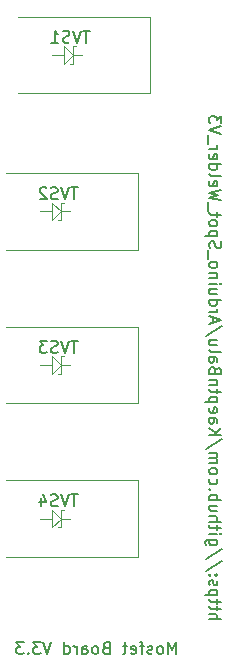
<source format=gbr>
G04 #@! TF.FileFunction,Legend,Bot*
%FSLAX46Y46*%
G04 Gerber Fmt 4.6, Leading zero omitted, Abs format (unit mm)*
G04 Created by KiCad (PCBNEW 4.0.4-stable) date 03/07/19 13:46:32*
%MOMM*%
%LPD*%
G01*
G04 APERTURE LIST*
%ADD10C,0.100000*%
%ADD11C,0.200000*%
%ADD12C,0.120000*%
%ADD13C,0.150000*%
G04 APERTURE END LIST*
D10*
X22250000Y56000000D02*
X22250000Y56750000D01*
X22000000Y17500000D02*
X22750000Y17500000D01*
X22500000Y43500000D02*
X22750000Y43500000D01*
X22000000Y30500000D02*
X22750000Y30500000D01*
X22000000Y43500000D02*
X22500000Y43500000D01*
X22000000Y16750000D02*
X21750000Y16750000D01*
X22000000Y17500000D02*
X22000000Y16750000D01*
X22000000Y18250000D02*
X22250000Y18250000D01*
X22000000Y17500000D02*
X22000000Y18250000D01*
X21250000Y16750000D02*
X21250000Y17500000D01*
X22000000Y17500000D02*
X21250000Y16750000D01*
X21250000Y18250000D02*
X22000000Y17500000D01*
X21250000Y17500000D02*
X21250000Y18250000D01*
X20250000Y17500000D02*
X21250000Y17500000D01*
X22000000Y29750000D02*
X21750000Y29750000D01*
X22000000Y30500000D02*
X22000000Y29750000D01*
X22000000Y31250000D02*
X22250000Y31250000D01*
X22000000Y30500000D02*
X22000000Y31250000D01*
X21250000Y29750000D02*
X21250000Y30500000D01*
X22000000Y30500000D02*
X21250000Y29750000D01*
X21250000Y31250000D02*
X22000000Y30500000D01*
X21250000Y30500000D02*
X21250000Y31250000D01*
X20250000Y30500000D02*
X21250000Y30500000D01*
X22000000Y42750000D02*
X21750000Y42750000D01*
X22000000Y43500000D02*
X22000000Y42750000D01*
X22000000Y44250000D02*
X22250000Y44250000D01*
X22000000Y43500000D02*
X22000000Y44250000D01*
X21250000Y42750000D02*
X21250000Y43500000D01*
X22000000Y43500000D02*
X21250000Y42750000D01*
X21250000Y44250000D02*
X22000000Y43500000D01*
X21250000Y43500000D02*
X21250000Y44250000D01*
X20250000Y43500000D02*
X21250000Y43500000D01*
D11*
X31738096Y6047619D02*
X31738096Y7047619D01*
X31404762Y6333333D01*
X31071429Y7047619D01*
X31071429Y6047619D01*
X30452382Y6047619D02*
X30547620Y6095238D01*
X30595239Y6142857D01*
X30642858Y6238095D01*
X30642858Y6523810D01*
X30595239Y6619048D01*
X30547620Y6666667D01*
X30452382Y6714286D01*
X30309524Y6714286D01*
X30214286Y6666667D01*
X30166667Y6619048D01*
X30119048Y6523810D01*
X30119048Y6238095D01*
X30166667Y6142857D01*
X30214286Y6095238D01*
X30309524Y6047619D01*
X30452382Y6047619D01*
X29738096Y6095238D02*
X29642858Y6047619D01*
X29452382Y6047619D01*
X29357143Y6095238D01*
X29309524Y6190476D01*
X29309524Y6238095D01*
X29357143Y6333333D01*
X29452382Y6380952D01*
X29595239Y6380952D01*
X29690477Y6428571D01*
X29738096Y6523810D01*
X29738096Y6571429D01*
X29690477Y6666667D01*
X29595239Y6714286D01*
X29452382Y6714286D01*
X29357143Y6666667D01*
X29023810Y6714286D02*
X28642858Y6714286D01*
X28880953Y6047619D02*
X28880953Y6904762D01*
X28833334Y7000000D01*
X28738096Y7047619D01*
X28642858Y7047619D01*
X27928571Y6095238D02*
X28023809Y6047619D01*
X28214286Y6047619D01*
X28309524Y6095238D01*
X28357143Y6190476D01*
X28357143Y6571429D01*
X28309524Y6666667D01*
X28214286Y6714286D01*
X28023809Y6714286D01*
X27928571Y6666667D01*
X27880952Y6571429D01*
X27880952Y6476190D01*
X28357143Y6380952D01*
X27595238Y6714286D02*
X27214286Y6714286D01*
X27452381Y7047619D02*
X27452381Y6190476D01*
X27404762Y6095238D01*
X27309524Y6047619D01*
X27214286Y6047619D01*
X25785713Y6571429D02*
X25642856Y6523810D01*
X25595237Y6476190D01*
X25547618Y6380952D01*
X25547618Y6238095D01*
X25595237Y6142857D01*
X25642856Y6095238D01*
X25738094Y6047619D01*
X26119047Y6047619D01*
X26119047Y7047619D01*
X25785713Y7047619D01*
X25690475Y7000000D01*
X25642856Y6952381D01*
X25595237Y6857143D01*
X25595237Y6761905D01*
X25642856Y6666667D01*
X25690475Y6619048D01*
X25785713Y6571429D01*
X26119047Y6571429D01*
X24976190Y6047619D02*
X25071428Y6095238D01*
X25119047Y6142857D01*
X25166666Y6238095D01*
X25166666Y6523810D01*
X25119047Y6619048D01*
X25071428Y6666667D01*
X24976190Y6714286D01*
X24833332Y6714286D01*
X24738094Y6666667D01*
X24690475Y6619048D01*
X24642856Y6523810D01*
X24642856Y6238095D01*
X24690475Y6142857D01*
X24738094Y6095238D01*
X24833332Y6047619D01*
X24976190Y6047619D01*
X23785713Y6047619D02*
X23785713Y6571429D01*
X23833332Y6666667D01*
X23928570Y6714286D01*
X24119047Y6714286D01*
X24214285Y6666667D01*
X23785713Y6095238D02*
X23880951Y6047619D01*
X24119047Y6047619D01*
X24214285Y6095238D01*
X24261904Y6190476D01*
X24261904Y6285714D01*
X24214285Y6380952D01*
X24119047Y6428571D01*
X23880951Y6428571D01*
X23785713Y6476190D01*
X23309523Y6047619D02*
X23309523Y6714286D01*
X23309523Y6523810D02*
X23261904Y6619048D01*
X23214285Y6666667D01*
X23119047Y6714286D01*
X23023808Y6714286D01*
X22261903Y6047619D02*
X22261903Y7047619D01*
X22261903Y6095238D02*
X22357141Y6047619D01*
X22547618Y6047619D01*
X22642856Y6095238D01*
X22690475Y6142857D01*
X22738094Y6238095D01*
X22738094Y6523810D01*
X22690475Y6619048D01*
X22642856Y6666667D01*
X22547618Y6714286D01*
X22357141Y6714286D01*
X22261903Y6666667D01*
X21166665Y7047619D02*
X20833332Y6047619D01*
X20499998Y7047619D01*
X20261903Y7047619D02*
X19642855Y7047619D01*
X19976189Y6666667D01*
X19833331Y6666667D01*
X19738093Y6619048D01*
X19690474Y6571429D01*
X19642855Y6476190D01*
X19642855Y6238095D01*
X19690474Y6142857D01*
X19738093Y6095238D01*
X19833331Y6047619D01*
X20119046Y6047619D01*
X20214284Y6095238D01*
X20261903Y6142857D01*
X19214284Y6142857D02*
X19166665Y6095238D01*
X19214284Y6047619D01*
X19261903Y6095238D01*
X19214284Y6142857D01*
X19214284Y6047619D01*
X18833332Y7047619D02*
X18214284Y7047619D01*
X18547618Y6666667D01*
X18404760Y6666667D01*
X18309522Y6619048D01*
X18261903Y6571429D01*
X18214284Y6476190D01*
X18214284Y6238095D01*
X18261903Y6142857D01*
X18309522Y6095238D01*
X18404760Y6047619D01*
X18690475Y6047619D01*
X18785713Y6095238D01*
X18833332Y6142857D01*
D10*
X23000000Y56000000D02*
X22750000Y56000000D01*
X23000000Y57500000D02*
X23250000Y57500000D01*
X23000000Y56750000D02*
X23750000Y56750000D01*
X23000000Y56750000D02*
X23000000Y56000000D01*
X23000000Y56750000D02*
X23000000Y57500000D01*
X23000000Y56750000D02*
X22250000Y56000000D01*
X22250000Y57500000D02*
X23000000Y56750000D01*
X22250000Y56750000D02*
X22250000Y57500000D01*
X21250000Y56750000D02*
X22250000Y56750000D01*
D11*
X34547619Y8964283D02*
X35547619Y8964283D01*
X34547619Y9392855D02*
X35071429Y9392855D01*
X35166667Y9345236D01*
X35214286Y9249998D01*
X35214286Y9107140D01*
X35166667Y9011902D01*
X35119048Y8964283D01*
X35214286Y9726188D02*
X35214286Y10107140D01*
X35547619Y9869045D02*
X34690476Y9869045D01*
X34595238Y9916664D01*
X34547619Y10011902D01*
X34547619Y10107140D01*
X35214286Y10297617D02*
X35214286Y10678569D01*
X35547619Y10440474D02*
X34690476Y10440474D01*
X34595238Y10488093D01*
X34547619Y10583331D01*
X34547619Y10678569D01*
X35214286Y11011903D02*
X34214286Y11011903D01*
X35166667Y11011903D02*
X35214286Y11107141D01*
X35214286Y11297618D01*
X35166667Y11392856D01*
X35119048Y11440475D01*
X35023810Y11488094D01*
X34738095Y11488094D01*
X34642857Y11440475D01*
X34595238Y11392856D01*
X34547619Y11297618D01*
X34547619Y11107141D01*
X34595238Y11011903D01*
X34595238Y11869046D02*
X34547619Y11964284D01*
X34547619Y12154760D01*
X34595238Y12249999D01*
X34690476Y12297618D01*
X34738095Y12297618D01*
X34833333Y12249999D01*
X34880952Y12154760D01*
X34880952Y12011903D01*
X34928571Y11916665D01*
X35023810Y11869046D01*
X35071429Y11869046D01*
X35166667Y11916665D01*
X35214286Y12011903D01*
X35214286Y12154760D01*
X35166667Y12249999D01*
X34642857Y12726189D02*
X34595238Y12773808D01*
X34547619Y12726189D01*
X34595238Y12678570D01*
X34642857Y12726189D01*
X34547619Y12726189D01*
X35166667Y12726189D02*
X35119048Y12773808D01*
X35071429Y12726189D01*
X35119048Y12678570D01*
X35166667Y12726189D01*
X35071429Y12726189D01*
X35595238Y13916665D02*
X34309524Y13059522D01*
X35595238Y14964284D02*
X34309524Y14107141D01*
X35214286Y15726189D02*
X34404762Y15726189D01*
X34309524Y15678570D01*
X34261905Y15630951D01*
X34214286Y15535712D01*
X34214286Y15392855D01*
X34261905Y15297617D01*
X34595238Y15726189D02*
X34547619Y15630951D01*
X34547619Y15440474D01*
X34595238Y15345236D01*
X34642857Y15297617D01*
X34738095Y15249998D01*
X35023810Y15249998D01*
X35119048Y15297617D01*
X35166667Y15345236D01*
X35214286Y15440474D01*
X35214286Y15630951D01*
X35166667Y15726189D01*
X34547619Y16202379D02*
X35214286Y16202379D01*
X35547619Y16202379D02*
X35500000Y16154760D01*
X35452381Y16202379D01*
X35500000Y16249998D01*
X35547619Y16202379D01*
X35452381Y16202379D01*
X35214286Y16535712D02*
X35214286Y16916664D01*
X35547619Y16678569D02*
X34690476Y16678569D01*
X34595238Y16726188D01*
X34547619Y16821426D01*
X34547619Y16916664D01*
X34547619Y17249998D02*
X35547619Y17249998D01*
X34547619Y17678570D02*
X35071429Y17678570D01*
X35166667Y17630951D01*
X35214286Y17535713D01*
X35214286Y17392855D01*
X35166667Y17297617D01*
X35119048Y17249998D01*
X35214286Y18583332D02*
X34547619Y18583332D01*
X35214286Y18154760D02*
X34690476Y18154760D01*
X34595238Y18202379D01*
X34547619Y18297617D01*
X34547619Y18440475D01*
X34595238Y18535713D01*
X34642857Y18583332D01*
X34547619Y19059522D02*
X35547619Y19059522D01*
X35166667Y19059522D02*
X35214286Y19154760D01*
X35214286Y19345237D01*
X35166667Y19440475D01*
X35119048Y19488094D01*
X35023810Y19535713D01*
X34738095Y19535713D01*
X34642857Y19488094D01*
X34595238Y19440475D01*
X34547619Y19345237D01*
X34547619Y19154760D01*
X34595238Y19059522D01*
X34642857Y19964284D02*
X34595238Y20011903D01*
X34547619Y19964284D01*
X34595238Y19916665D01*
X34642857Y19964284D01*
X34547619Y19964284D01*
X34595238Y20869046D02*
X34547619Y20773808D01*
X34547619Y20583331D01*
X34595238Y20488093D01*
X34642857Y20440474D01*
X34738095Y20392855D01*
X35023810Y20392855D01*
X35119048Y20440474D01*
X35166667Y20488093D01*
X35214286Y20583331D01*
X35214286Y20773808D01*
X35166667Y20869046D01*
X34547619Y21440474D02*
X34595238Y21345236D01*
X34642857Y21297617D01*
X34738095Y21249998D01*
X35023810Y21249998D01*
X35119048Y21297617D01*
X35166667Y21345236D01*
X35214286Y21440474D01*
X35214286Y21583332D01*
X35166667Y21678570D01*
X35119048Y21726189D01*
X35023810Y21773808D01*
X34738095Y21773808D01*
X34642857Y21726189D01*
X34595238Y21678570D01*
X34547619Y21583332D01*
X34547619Y21440474D01*
X34547619Y22202379D02*
X35214286Y22202379D01*
X35119048Y22202379D02*
X35166667Y22249998D01*
X35214286Y22345236D01*
X35214286Y22488094D01*
X35166667Y22583332D01*
X35071429Y22630951D01*
X34547619Y22630951D01*
X35071429Y22630951D02*
X35166667Y22678570D01*
X35214286Y22773808D01*
X35214286Y22916665D01*
X35166667Y23011903D01*
X35071429Y23059522D01*
X34547619Y23059522D01*
X35595238Y24249998D02*
X34309524Y23392855D01*
X34547619Y24583331D02*
X35547619Y24583331D01*
X34547619Y25154760D02*
X35119048Y24726188D01*
X35547619Y25154760D02*
X34976190Y24583331D01*
X34547619Y26011903D02*
X35071429Y26011903D01*
X35166667Y25964284D01*
X35214286Y25869046D01*
X35214286Y25678569D01*
X35166667Y25583331D01*
X34595238Y26011903D02*
X34547619Y25916665D01*
X34547619Y25678569D01*
X34595238Y25583331D01*
X34690476Y25535712D01*
X34785714Y25535712D01*
X34880952Y25583331D01*
X34928571Y25678569D01*
X34928571Y25916665D01*
X34976190Y26011903D01*
X34595238Y26869046D02*
X34547619Y26773808D01*
X34547619Y26583331D01*
X34595238Y26488093D01*
X34690476Y26440474D01*
X35071429Y26440474D01*
X35166667Y26488093D01*
X35214286Y26583331D01*
X35214286Y26773808D01*
X35166667Y26869046D01*
X35071429Y26916665D01*
X34976190Y26916665D01*
X34880952Y26440474D01*
X35214286Y27345236D02*
X34214286Y27345236D01*
X35166667Y27345236D02*
X35214286Y27440474D01*
X35214286Y27630951D01*
X35166667Y27726189D01*
X35119048Y27773808D01*
X35023810Y27821427D01*
X34738095Y27821427D01*
X34642857Y27773808D01*
X34595238Y27726189D01*
X34547619Y27630951D01*
X34547619Y27440474D01*
X34595238Y27345236D01*
X35214286Y28107141D02*
X35214286Y28488093D01*
X35547619Y28249998D02*
X34690476Y28249998D01*
X34595238Y28297617D01*
X34547619Y28392855D01*
X34547619Y28488093D01*
X35214286Y28821427D02*
X34547619Y28821427D01*
X35119048Y28821427D02*
X35166667Y28869046D01*
X35214286Y28964284D01*
X35214286Y29107142D01*
X35166667Y29202380D01*
X35071429Y29249999D01*
X34547619Y29249999D01*
X35071429Y30059523D02*
X35023810Y30202380D01*
X34976190Y30249999D01*
X34880952Y30297618D01*
X34738095Y30297618D01*
X34642857Y30249999D01*
X34595238Y30202380D01*
X34547619Y30107142D01*
X34547619Y29726189D01*
X35547619Y29726189D01*
X35547619Y30059523D01*
X35500000Y30154761D01*
X35452381Y30202380D01*
X35357143Y30249999D01*
X35261905Y30249999D01*
X35166667Y30202380D01*
X35119048Y30154761D01*
X35071429Y30059523D01*
X35071429Y29726189D01*
X34547619Y31154761D02*
X35071429Y31154761D01*
X35166667Y31107142D01*
X35214286Y31011904D01*
X35214286Y30821427D01*
X35166667Y30726189D01*
X34595238Y31154761D02*
X34547619Y31059523D01*
X34547619Y30821427D01*
X34595238Y30726189D01*
X34690476Y30678570D01*
X34785714Y30678570D01*
X34880952Y30726189D01*
X34928571Y30821427D01*
X34928571Y31059523D01*
X34976190Y31154761D01*
X34547619Y31773808D02*
X34595238Y31678570D01*
X34690476Y31630951D01*
X35547619Y31630951D01*
X35214286Y32583333D02*
X34547619Y32583333D01*
X35214286Y32154761D02*
X34690476Y32154761D01*
X34595238Y32202380D01*
X34547619Y32297618D01*
X34547619Y32440476D01*
X34595238Y32535714D01*
X34642857Y32583333D01*
X35595238Y33773809D02*
X34309524Y32916666D01*
X34833333Y34059523D02*
X34833333Y34535714D01*
X34547619Y33964285D02*
X35547619Y34297618D01*
X34547619Y34630952D01*
X34547619Y34964285D02*
X35214286Y34964285D01*
X35023810Y34964285D02*
X35119048Y35011904D01*
X35166667Y35059523D01*
X35214286Y35154761D01*
X35214286Y35250000D01*
X34547619Y36011905D02*
X35547619Y36011905D01*
X34595238Y36011905D02*
X34547619Y35916667D01*
X34547619Y35726190D01*
X34595238Y35630952D01*
X34642857Y35583333D01*
X34738095Y35535714D01*
X35023810Y35535714D01*
X35119048Y35583333D01*
X35166667Y35630952D01*
X35214286Y35726190D01*
X35214286Y35916667D01*
X35166667Y36011905D01*
X35214286Y36916667D02*
X34547619Y36916667D01*
X35214286Y36488095D02*
X34690476Y36488095D01*
X34595238Y36535714D01*
X34547619Y36630952D01*
X34547619Y36773810D01*
X34595238Y36869048D01*
X34642857Y36916667D01*
X34547619Y37392857D02*
X35214286Y37392857D01*
X35547619Y37392857D02*
X35500000Y37345238D01*
X35452381Y37392857D01*
X35500000Y37440476D01*
X35547619Y37392857D01*
X35452381Y37392857D01*
X35214286Y37869047D02*
X34547619Y37869047D01*
X35119048Y37869047D02*
X35166667Y37916666D01*
X35214286Y38011904D01*
X35214286Y38154762D01*
X35166667Y38250000D01*
X35071429Y38297619D01*
X34547619Y38297619D01*
X34547619Y38916666D02*
X34595238Y38821428D01*
X34642857Y38773809D01*
X34738095Y38726190D01*
X35023810Y38726190D01*
X35119048Y38773809D01*
X35166667Y38821428D01*
X35214286Y38916666D01*
X35214286Y39059524D01*
X35166667Y39154762D01*
X35119048Y39202381D01*
X35023810Y39250000D01*
X34738095Y39250000D01*
X34642857Y39202381D01*
X34595238Y39154762D01*
X34547619Y39059524D01*
X34547619Y38916666D01*
X34452381Y39440476D02*
X34452381Y40202381D01*
X34595238Y40392857D02*
X34547619Y40535714D01*
X34547619Y40773810D01*
X34595238Y40869048D01*
X34642857Y40916667D01*
X34738095Y40964286D01*
X34833333Y40964286D01*
X34928571Y40916667D01*
X34976190Y40869048D01*
X35023810Y40773810D01*
X35071429Y40583333D01*
X35119048Y40488095D01*
X35166667Y40440476D01*
X35261905Y40392857D01*
X35357143Y40392857D01*
X35452381Y40440476D01*
X35500000Y40488095D01*
X35547619Y40583333D01*
X35547619Y40821429D01*
X35500000Y40964286D01*
X35214286Y41392857D02*
X34214286Y41392857D01*
X35166667Y41392857D02*
X35214286Y41488095D01*
X35214286Y41678572D01*
X35166667Y41773810D01*
X35119048Y41821429D01*
X35023810Y41869048D01*
X34738095Y41869048D01*
X34642857Y41821429D01*
X34595238Y41773810D01*
X34547619Y41678572D01*
X34547619Y41488095D01*
X34595238Y41392857D01*
X34547619Y42440476D02*
X34595238Y42345238D01*
X34642857Y42297619D01*
X34738095Y42250000D01*
X35023810Y42250000D01*
X35119048Y42297619D01*
X35166667Y42345238D01*
X35214286Y42440476D01*
X35214286Y42583334D01*
X35166667Y42678572D01*
X35119048Y42726191D01*
X35023810Y42773810D01*
X34738095Y42773810D01*
X34642857Y42726191D01*
X34595238Y42678572D01*
X34547619Y42583334D01*
X34547619Y42440476D01*
X35214286Y43059524D02*
X35214286Y43440476D01*
X35547619Y43202381D02*
X34690476Y43202381D01*
X34595238Y43250000D01*
X34547619Y43345238D01*
X34547619Y43440476D01*
X34452381Y43535715D02*
X34452381Y44297620D01*
X35547619Y44440477D02*
X34547619Y44678572D01*
X35261905Y44869049D01*
X34547619Y45059525D01*
X35547619Y45297620D01*
X34595238Y46059525D02*
X34547619Y45964287D01*
X34547619Y45773810D01*
X34595238Y45678572D01*
X34690476Y45630953D01*
X35071429Y45630953D01*
X35166667Y45678572D01*
X35214286Y45773810D01*
X35214286Y45964287D01*
X35166667Y46059525D01*
X35071429Y46107144D01*
X34976190Y46107144D01*
X34880952Y45630953D01*
X34547619Y46678572D02*
X34595238Y46583334D01*
X34690476Y46535715D01*
X35547619Y46535715D01*
X34547619Y47488097D02*
X35547619Y47488097D01*
X34595238Y47488097D02*
X34547619Y47392859D01*
X34547619Y47202382D01*
X34595238Y47107144D01*
X34642857Y47059525D01*
X34738095Y47011906D01*
X35023810Y47011906D01*
X35119048Y47059525D01*
X35166667Y47107144D01*
X35214286Y47202382D01*
X35214286Y47392859D01*
X35166667Y47488097D01*
X34595238Y48345240D02*
X34547619Y48250002D01*
X34547619Y48059525D01*
X34595238Y47964287D01*
X34690476Y47916668D01*
X35071429Y47916668D01*
X35166667Y47964287D01*
X35214286Y48059525D01*
X35214286Y48250002D01*
X35166667Y48345240D01*
X35071429Y48392859D01*
X34976190Y48392859D01*
X34880952Y47916668D01*
X34547619Y48821430D02*
X35214286Y48821430D01*
X35023810Y48821430D02*
X35119048Y48869049D01*
X35166667Y48916668D01*
X35214286Y49011906D01*
X35214286Y49107145D01*
X34452381Y49202383D02*
X34452381Y49964288D01*
X35547619Y50059526D02*
X34547619Y50392859D01*
X35547619Y50726193D01*
X35547619Y50964288D02*
X35547619Y51583336D01*
X35166667Y51250002D01*
X35166667Y51392860D01*
X35119048Y51488098D01*
X35071429Y51535717D01*
X34976190Y51583336D01*
X34738095Y51583336D01*
X34642857Y51535717D01*
X34595238Y51488098D01*
X34547619Y51392860D01*
X34547619Y51107145D01*
X34595238Y51011907D01*
X34642857Y50964288D01*
D12*
X29550000Y53500000D02*
X29550000Y60000000D01*
X29550000Y53500000D02*
X18350000Y53500000D01*
X29550000Y60000000D02*
X18350000Y60000000D01*
X28550000Y40250000D02*
X28550000Y46750000D01*
X28550000Y40250000D02*
X17350000Y40250000D01*
X28550000Y46750000D02*
X17350000Y46750000D01*
X28550000Y27250000D02*
X28550000Y33750000D01*
X28550000Y27250000D02*
X17350000Y27250000D01*
X28550000Y33750000D02*
X17350000Y33750000D01*
X28550000Y14250000D02*
X28550000Y20750000D01*
X28550000Y14250000D02*
X17350000Y14250000D01*
X28550000Y20750000D02*
X17350000Y20750000D01*
D13*
X24416667Y58797619D02*
X23845238Y58797619D01*
X24130953Y57797619D02*
X24130953Y58797619D01*
X23654762Y58797619D02*
X23321429Y57797619D01*
X22988095Y58797619D01*
X22702381Y57845238D02*
X22559524Y57797619D01*
X22321428Y57797619D01*
X22226190Y57845238D01*
X22178571Y57892857D01*
X22130952Y57988095D01*
X22130952Y58083333D01*
X22178571Y58178571D01*
X22226190Y58226190D01*
X22321428Y58273810D01*
X22511905Y58321429D01*
X22607143Y58369048D01*
X22654762Y58416667D01*
X22702381Y58511905D01*
X22702381Y58607143D01*
X22654762Y58702381D01*
X22607143Y58750000D01*
X22511905Y58797619D01*
X22273809Y58797619D01*
X22130952Y58750000D01*
X21178571Y57797619D02*
X21750000Y57797619D01*
X21464286Y57797619D02*
X21464286Y58797619D01*
X21559524Y58654762D01*
X21654762Y58559524D01*
X21750000Y58511905D01*
X23416667Y45547619D02*
X22845238Y45547619D01*
X23130953Y44547619D02*
X23130953Y45547619D01*
X22654762Y45547619D02*
X22321429Y44547619D01*
X21988095Y45547619D01*
X21702381Y44595238D02*
X21559524Y44547619D01*
X21321428Y44547619D01*
X21226190Y44595238D01*
X21178571Y44642857D01*
X21130952Y44738095D01*
X21130952Y44833333D01*
X21178571Y44928571D01*
X21226190Y44976190D01*
X21321428Y45023810D01*
X21511905Y45071429D01*
X21607143Y45119048D01*
X21654762Y45166667D01*
X21702381Y45261905D01*
X21702381Y45357143D01*
X21654762Y45452381D01*
X21607143Y45500000D01*
X21511905Y45547619D01*
X21273809Y45547619D01*
X21130952Y45500000D01*
X20750000Y45452381D02*
X20702381Y45500000D01*
X20607143Y45547619D01*
X20369047Y45547619D01*
X20273809Y45500000D01*
X20226190Y45452381D01*
X20178571Y45357143D01*
X20178571Y45261905D01*
X20226190Y45119048D01*
X20797619Y44547619D01*
X20178571Y44547619D01*
X23416667Y32547619D02*
X22845238Y32547619D01*
X23130953Y31547619D02*
X23130953Y32547619D01*
X22654762Y32547619D02*
X22321429Y31547619D01*
X21988095Y32547619D01*
X21702381Y31595238D02*
X21559524Y31547619D01*
X21321428Y31547619D01*
X21226190Y31595238D01*
X21178571Y31642857D01*
X21130952Y31738095D01*
X21130952Y31833333D01*
X21178571Y31928571D01*
X21226190Y31976190D01*
X21321428Y32023810D01*
X21511905Y32071429D01*
X21607143Y32119048D01*
X21654762Y32166667D01*
X21702381Y32261905D01*
X21702381Y32357143D01*
X21654762Y32452381D01*
X21607143Y32500000D01*
X21511905Y32547619D01*
X21273809Y32547619D01*
X21130952Y32500000D01*
X20797619Y32547619D02*
X20178571Y32547619D01*
X20511905Y32166667D01*
X20369047Y32166667D01*
X20273809Y32119048D01*
X20226190Y32071429D01*
X20178571Y31976190D01*
X20178571Y31738095D01*
X20226190Y31642857D01*
X20273809Y31595238D01*
X20369047Y31547619D01*
X20654762Y31547619D01*
X20750000Y31595238D01*
X20797619Y31642857D01*
X23416667Y19547619D02*
X22845238Y19547619D01*
X23130953Y18547619D02*
X23130953Y19547619D01*
X22654762Y19547619D02*
X22321429Y18547619D01*
X21988095Y19547619D01*
X21702381Y18595238D02*
X21559524Y18547619D01*
X21321428Y18547619D01*
X21226190Y18595238D01*
X21178571Y18642857D01*
X21130952Y18738095D01*
X21130952Y18833333D01*
X21178571Y18928571D01*
X21226190Y18976190D01*
X21321428Y19023810D01*
X21511905Y19071429D01*
X21607143Y19119048D01*
X21654762Y19166667D01*
X21702381Y19261905D01*
X21702381Y19357143D01*
X21654762Y19452381D01*
X21607143Y19500000D01*
X21511905Y19547619D01*
X21273809Y19547619D01*
X21130952Y19500000D01*
X20273809Y19214286D02*
X20273809Y18547619D01*
X20511905Y19595238D02*
X20750000Y18880952D01*
X20130952Y18880952D01*
M02*

</source>
